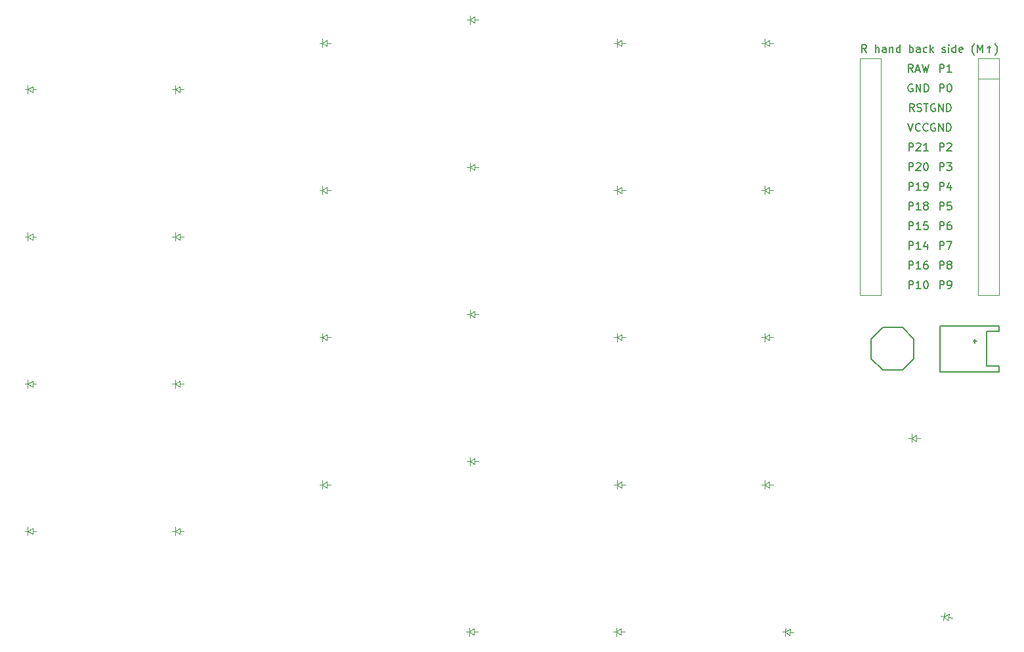
<source format=gbr>
%TF.GenerationSoftware,KiCad,Pcbnew,9.0.5*%
%TF.CreationDate,2025-11-01T14:53:46+08:00*%
%TF.ProjectId,main,6d61696e-2e6b-4696-9361-645f70636258,v1.0.0*%
%TF.SameCoordinates,Original*%
%TF.FileFunction,Legend,Top*%
%TF.FilePolarity,Positive*%
%FSLAX46Y46*%
G04 Gerber Fmt 4.6, Leading zero omitted, Abs format (unit mm)*
G04 Created by KiCad (PCBNEW 9.0.5) date 2025-11-01 14:53:46*
%MOMM*%
%LPD*%
G01*
G04 APERTURE LIST*
%ADD10C,0.150000*%
%ADD11C,0.100000*%
%ADD12C,0.120000*%
G04 APERTURE END LIST*
D10*
X142890714Y-39954819D02*
X142890714Y-38954819D01*
X142890714Y-38954819D02*
X143271666Y-38954819D01*
X143271666Y-38954819D02*
X143366904Y-39002438D01*
X143366904Y-39002438D02*
X143414523Y-39050057D01*
X143414523Y-39050057D02*
X143462142Y-39145295D01*
X143462142Y-39145295D02*
X143462142Y-39288152D01*
X143462142Y-39288152D02*
X143414523Y-39383390D01*
X143414523Y-39383390D02*
X143366904Y-39431009D01*
X143366904Y-39431009D02*
X143271666Y-39478628D01*
X143271666Y-39478628D02*
X142890714Y-39478628D01*
X143843095Y-39050057D02*
X143890714Y-39002438D01*
X143890714Y-39002438D02*
X143985952Y-38954819D01*
X143985952Y-38954819D02*
X144224047Y-38954819D01*
X144224047Y-38954819D02*
X144319285Y-39002438D01*
X144319285Y-39002438D02*
X144366904Y-39050057D01*
X144366904Y-39050057D02*
X144414523Y-39145295D01*
X144414523Y-39145295D02*
X144414523Y-39240533D01*
X144414523Y-39240533D02*
X144366904Y-39383390D01*
X144366904Y-39383390D02*
X143795476Y-39954819D01*
X143795476Y-39954819D02*
X144414523Y-39954819D01*
X145033571Y-38954819D02*
X145128809Y-38954819D01*
X145128809Y-38954819D02*
X145224047Y-39002438D01*
X145224047Y-39002438D02*
X145271666Y-39050057D01*
X145271666Y-39050057D02*
X145319285Y-39145295D01*
X145319285Y-39145295D02*
X145366904Y-39335771D01*
X145366904Y-39335771D02*
X145366904Y-39573866D01*
X145366904Y-39573866D02*
X145319285Y-39764342D01*
X145319285Y-39764342D02*
X145271666Y-39859580D01*
X145271666Y-39859580D02*
X145224047Y-39907200D01*
X145224047Y-39907200D02*
X145128809Y-39954819D01*
X145128809Y-39954819D02*
X145033571Y-39954819D01*
X145033571Y-39954819D02*
X144938333Y-39907200D01*
X144938333Y-39907200D02*
X144890714Y-39859580D01*
X144890714Y-39859580D02*
X144843095Y-39764342D01*
X144843095Y-39764342D02*
X144795476Y-39573866D01*
X144795476Y-39573866D02*
X144795476Y-39335771D01*
X144795476Y-39335771D02*
X144843095Y-39145295D01*
X144843095Y-39145295D02*
X144890714Y-39050057D01*
X144890714Y-39050057D02*
X144938333Y-39002438D01*
X144938333Y-39002438D02*
X145033571Y-38954819D01*
X146856905Y-50114819D02*
X146856905Y-49114819D01*
X146856905Y-49114819D02*
X147237857Y-49114819D01*
X147237857Y-49114819D02*
X147333095Y-49162438D01*
X147333095Y-49162438D02*
X147380714Y-49210057D01*
X147380714Y-49210057D02*
X147428333Y-49305295D01*
X147428333Y-49305295D02*
X147428333Y-49448152D01*
X147428333Y-49448152D02*
X147380714Y-49543390D01*
X147380714Y-49543390D02*
X147333095Y-49591009D01*
X147333095Y-49591009D02*
X147237857Y-49638628D01*
X147237857Y-49638628D02*
X146856905Y-49638628D01*
X147761667Y-49114819D02*
X148428333Y-49114819D01*
X148428333Y-49114819D02*
X147999762Y-50114819D01*
X142890714Y-47574819D02*
X142890714Y-46574819D01*
X142890714Y-46574819D02*
X143271666Y-46574819D01*
X143271666Y-46574819D02*
X143366904Y-46622438D01*
X143366904Y-46622438D02*
X143414523Y-46670057D01*
X143414523Y-46670057D02*
X143462142Y-46765295D01*
X143462142Y-46765295D02*
X143462142Y-46908152D01*
X143462142Y-46908152D02*
X143414523Y-47003390D01*
X143414523Y-47003390D02*
X143366904Y-47051009D01*
X143366904Y-47051009D02*
X143271666Y-47098628D01*
X143271666Y-47098628D02*
X142890714Y-47098628D01*
X144414523Y-47574819D02*
X143843095Y-47574819D01*
X144128809Y-47574819D02*
X144128809Y-46574819D01*
X144128809Y-46574819D02*
X144033571Y-46717676D01*
X144033571Y-46717676D02*
X143938333Y-46812914D01*
X143938333Y-46812914D02*
X143843095Y-46860533D01*
X145319285Y-46574819D02*
X144843095Y-46574819D01*
X144843095Y-46574819D02*
X144795476Y-47051009D01*
X144795476Y-47051009D02*
X144843095Y-47003390D01*
X144843095Y-47003390D02*
X144938333Y-46955771D01*
X144938333Y-46955771D02*
X145176428Y-46955771D01*
X145176428Y-46955771D02*
X145271666Y-47003390D01*
X145271666Y-47003390D02*
X145319285Y-47051009D01*
X145319285Y-47051009D02*
X145366904Y-47146247D01*
X145366904Y-47146247D02*
X145366904Y-47384342D01*
X145366904Y-47384342D02*
X145319285Y-47479580D01*
X145319285Y-47479580D02*
X145271666Y-47527200D01*
X145271666Y-47527200D02*
X145176428Y-47574819D01*
X145176428Y-47574819D02*
X144938333Y-47574819D01*
X144938333Y-47574819D02*
X144843095Y-47527200D01*
X144843095Y-47527200D02*
X144795476Y-47479580D01*
X146856905Y-42494819D02*
X146856905Y-41494819D01*
X146856905Y-41494819D02*
X147237857Y-41494819D01*
X147237857Y-41494819D02*
X147333095Y-41542438D01*
X147333095Y-41542438D02*
X147380714Y-41590057D01*
X147380714Y-41590057D02*
X147428333Y-41685295D01*
X147428333Y-41685295D02*
X147428333Y-41828152D01*
X147428333Y-41828152D02*
X147380714Y-41923390D01*
X147380714Y-41923390D02*
X147333095Y-41971009D01*
X147333095Y-41971009D02*
X147237857Y-42018628D01*
X147237857Y-42018628D02*
X146856905Y-42018628D01*
X148285476Y-41828152D02*
X148285476Y-42494819D01*
X148047381Y-41447200D02*
X147809286Y-42161485D01*
X147809286Y-42161485D02*
X148428333Y-42161485D01*
X146856905Y-55194819D02*
X146856905Y-54194819D01*
X146856905Y-54194819D02*
X147237857Y-54194819D01*
X147237857Y-54194819D02*
X147333095Y-54242438D01*
X147333095Y-54242438D02*
X147380714Y-54290057D01*
X147380714Y-54290057D02*
X147428333Y-54385295D01*
X147428333Y-54385295D02*
X147428333Y-54528152D01*
X147428333Y-54528152D02*
X147380714Y-54623390D01*
X147380714Y-54623390D02*
X147333095Y-54671009D01*
X147333095Y-54671009D02*
X147237857Y-54718628D01*
X147237857Y-54718628D02*
X146856905Y-54718628D01*
X147904524Y-55194819D02*
X148095000Y-55194819D01*
X148095000Y-55194819D02*
X148190238Y-55147200D01*
X148190238Y-55147200D02*
X148237857Y-55099580D01*
X148237857Y-55099580D02*
X148333095Y-54956723D01*
X148333095Y-54956723D02*
X148380714Y-54766247D01*
X148380714Y-54766247D02*
X148380714Y-54385295D01*
X148380714Y-54385295D02*
X148333095Y-54290057D01*
X148333095Y-54290057D02*
X148285476Y-54242438D01*
X148285476Y-54242438D02*
X148190238Y-54194819D01*
X148190238Y-54194819D02*
X147999762Y-54194819D01*
X147999762Y-54194819D02*
X147904524Y-54242438D01*
X147904524Y-54242438D02*
X147856905Y-54290057D01*
X147856905Y-54290057D02*
X147809286Y-54385295D01*
X147809286Y-54385295D02*
X147809286Y-54623390D01*
X147809286Y-54623390D02*
X147856905Y-54718628D01*
X147856905Y-54718628D02*
X147904524Y-54766247D01*
X147904524Y-54766247D02*
X147999762Y-54813866D01*
X147999762Y-54813866D02*
X148190238Y-54813866D01*
X148190238Y-54813866D02*
X148285476Y-54766247D01*
X148285476Y-54766247D02*
X148333095Y-54718628D01*
X148333095Y-54718628D02*
X148380714Y-54623390D01*
X142890714Y-37414819D02*
X142890714Y-36414819D01*
X142890714Y-36414819D02*
X143271666Y-36414819D01*
X143271666Y-36414819D02*
X143366904Y-36462438D01*
X143366904Y-36462438D02*
X143414523Y-36510057D01*
X143414523Y-36510057D02*
X143462142Y-36605295D01*
X143462142Y-36605295D02*
X143462142Y-36748152D01*
X143462142Y-36748152D02*
X143414523Y-36843390D01*
X143414523Y-36843390D02*
X143366904Y-36891009D01*
X143366904Y-36891009D02*
X143271666Y-36938628D01*
X143271666Y-36938628D02*
X142890714Y-36938628D01*
X143843095Y-36510057D02*
X143890714Y-36462438D01*
X143890714Y-36462438D02*
X143985952Y-36414819D01*
X143985952Y-36414819D02*
X144224047Y-36414819D01*
X144224047Y-36414819D02*
X144319285Y-36462438D01*
X144319285Y-36462438D02*
X144366904Y-36510057D01*
X144366904Y-36510057D02*
X144414523Y-36605295D01*
X144414523Y-36605295D02*
X144414523Y-36700533D01*
X144414523Y-36700533D02*
X144366904Y-36843390D01*
X144366904Y-36843390D02*
X143795476Y-37414819D01*
X143795476Y-37414819D02*
X144414523Y-37414819D01*
X145366904Y-37414819D02*
X144795476Y-37414819D01*
X145081190Y-37414819D02*
X145081190Y-36414819D01*
X145081190Y-36414819D02*
X144985952Y-36557676D01*
X144985952Y-36557676D02*
X144890714Y-36652914D01*
X144890714Y-36652914D02*
X144795476Y-36700533D01*
X143557380Y-32334819D02*
X143224047Y-31858628D01*
X142985952Y-32334819D02*
X142985952Y-31334819D01*
X142985952Y-31334819D02*
X143366904Y-31334819D01*
X143366904Y-31334819D02*
X143462142Y-31382438D01*
X143462142Y-31382438D02*
X143509761Y-31430057D01*
X143509761Y-31430057D02*
X143557380Y-31525295D01*
X143557380Y-31525295D02*
X143557380Y-31668152D01*
X143557380Y-31668152D02*
X143509761Y-31763390D01*
X143509761Y-31763390D02*
X143462142Y-31811009D01*
X143462142Y-31811009D02*
X143366904Y-31858628D01*
X143366904Y-31858628D02*
X142985952Y-31858628D01*
X143938333Y-32287200D02*
X144081190Y-32334819D01*
X144081190Y-32334819D02*
X144319285Y-32334819D01*
X144319285Y-32334819D02*
X144414523Y-32287200D01*
X144414523Y-32287200D02*
X144462142Y-32239580D01*
X144462142Y-32239580D02*
X144509761Y-32144342D01*
X144509761Y-32144342D02*
X144509761Y-32049104D01*
X144509761Y-32049104D02*
X144462142Y-31953866D01*
X144462142Y-31953866D02*
X144414523Y-31906247D01*
X144414523Y-31906247D02*
X144319285Y-31858628D01*
X144319285Y-31858628D02*
X144128809Y-31811009D01*
X144128809Y-31811009D02*
X144033571Y-31763390D01*
X144033571Y-31763390D02*
X143985952Y-31715771D01*
X143985952Y-31715771D02*
X143938333Y-31620533D01*
X143938333Y-31620533D02*
X143938333Y-31525295D01*
X143938333Y-31525295D02*
X143985952Y-31430057D01*
X143985952Y-31430057D02*
X144033571Y-31382438D01*
X144033571Y-31382438D02*
X144128809Y-31334819D01*
X144128809Y-31334819D02*
X144366904Y-31334819D01*
X144366904Y-31334819D02*
X144509761Y-31382438D01*
X144795476Y-31334819D02*
X145366904Y-31334819D01*
X145081190Y-32334819D02*
X145081190Y-31334819D01*
X146856905Y-29794819D02*
X146856905Y-28794819D01*
X146856905Y-28794819D02*
X147237857Y-28794819D01*
X147237857Y-28794819D02*
X147333095Y-28842438D01*
X147333095Y-28842438D02*
X147380714Y-28890057D01*
X147380714Y-28890057D02*
X147428333Y-28985295D01*
X147428333Y-28985295D02*
X147428333Y-29128152D01*
X147428333Y-29128152D02*
X147380714Y-29223390D01*
X147380714Y-29223390D02*
X147333095Y-29271009D01*
X147333095Y-29271009D02*
X147237857Y-29318628D01*
X147237857Y-29318628D02*
X146856905Y-29318628D01*
X148047381Y-28794819D02*
X148142619Y-28794819D01*
X148142619Y-28794819D02*
X148237857Y-28842438D01*
X148237857Y-28842438D02*
X148285476Y-28890057D01*
X148285476Y-28890057D02*
X148333095Y-28985295D01*
X148333095Y-28985295D02*
X148380714Y-29175771D01*
X148380714Y-29175771D02*
X148380714Y-29413866D01*
X148380714Y-29413866D02*
X148333095Y-29604342D01*
X148333095Y-29604342D02*
X148285476Y-29699580D01*
X148285476Y-29699580D02*
X148237857Y-29747200D01*
X148237857Y-29747200D02*
X148142619Y-29794819D01*
X148142619Y-29794819D02*
X148047381Y-29794819D01*
X148047381Y-29794819D02*
X147952143Y-29747200D01*
X147952143Y-29747200D02*
X147904524Y-29699580D01*
X147904524Y-29699580D02*
X147856905Y-29604342D01*
X147856905Y-29604342D02*
X147809286Y-29413866D01*
X147809286Y-29413866D02*
X147809286Y-29175771D01*
X147809286Y-29175771D02*
X147856905Y-28985295D01*
X147856905Y-28985295D02*
X147904524Y-28890057D01*
X147904524Y-28890057D02*
X147952143Y-28842438D01*
X147952143Y-28842438D02*
X148047381Y-28794819D01*
X146856905Y-47574819D02*
X146856905Y-46574819D01*
X146856905Y-46574819D02*
X147237857Y-46574819D01*
X147237857Y-46574819D02*
X147333095Y-46622438D01*
X147333095Y-46622438D02*
X147380714Y-46670057D01*
X147380714Y-46670057D02*
X147428333Y-46765295D01*
X147428333Y-46765295D02*
X147428333Y-46908152D01*
X147428333Y-46908152D02*
X147380714Y-47003390D01*
X147380714Y-47003390D02*
X147333095Y-47051009D01*
X147333095Y-47051009D02*
X147237857Y-47098628D01*
X147237857Y-47098628D02*
X146856905Y-47098628D01*
X148285476Y-46574819D02*
X148095000Y-46574819D01*
X148095000Y-46574819D02*
X147999762Y-46622438D01*
X147999762Y-46622438D02*
X147952143Y-46670057D01*
X147952143Y-46670057D02*
X147856905Y-46812914D01*
X147856905Y-46812914D02*
X147809286Y-47003390D01*
X147809286Y-47003390D02*
X147809286Y-47384342D01*
X147809286Y-47384342D02*
X147856905Y-47479580D01*
X147856905Y-47479580D02*
X147904524Y-47527200D01*
X147904524Y-47527200D02*
X147999762Y-47574819D01*
X147999762Y-47574819D02*
X148190238Y-47574819D01*
X148190238Y-47574819D02*
X148285476Y-47527200D01*
X148285476Y-47527200D02*
X148333095Y-47479580D01*
X148333095Y-47479580D02*
X148380714Y-47384342D01*
X148380714Y-47384342D02*
X148380714Y-47146247D01*
X148380714Y-47146247D02*
X148333095Y-47051009D01*
X148333095Y-47051009D02*
X148285476Y-47003390D01*
X148285476Y-47003390D02*
X148190238Y-46955771D01*
X148190238Y-46955771D02*
X147999762Y-46955771D01*
X147999762Y-46955771D02*
X147904524Y-47003390D01*
X147904524Y-47003390D02*
X147856905Y-47051009D01*
X147856905Y-47051009D02*
X147809286Y-47146247D01*
X142890714Y-55194819D02*
X142890714Y-54194819D01*
X142890714Y-54194819D02*
X143271666Y-54194819D01*
X143271666Y-54194819D02*
X143366904Y-54242438D01*
X143366904Y-54242438D02*
X143414523Y-54290057D01*
X143414523Y-54290057D02*
X143462142Y-54385295D01*
X143462142Y-54385295D02*
X143462142Y-54528152D01*
X143462142Y-54528152D02*
X143414523Y-54623390D01*
X143414523Y-54623390D02*
X143366904Y-54671009D01*
X143366904Y-54671009D02*
X143271666Y-54718628D01*
X143271666Y-54718628D02*
X142890714Y-54718628D01*
X144414523Y-55194819D02*
X143843095Y-55194819D01*
X144128809Y-55194819D02*
X144128809Y-54194819D01*
X144128809Y-54194819D02*
X144033571Y-54337676D01*
X144033571Y-54337676D02*
X143938333Y-54432914D01*
X143938333Y-54432914D02*
X143843095Y-54480533D01*
X145033571Y-54194819D02*
X145128809Y-54194819D01*
X145128809Y-54194819D02*
X145224047Y-54242438D01*
X145224047Y-54242438D02*
X145271666Y-54290057D01*
X145271666Y-54290057D02*
X145319285Y-54385295D01*
X145319285Y-54385295D02*
X145366904Y-54575771D01*
X145366904Y-54575771D02*
X145366904Y-54813866D01*
X145366904Y-54813866D02*
X145319285Y-55004342D01*
X145319285Y-55004342D02*
X145271666Y-55099580D01*
X145271666Y-55099580D02*
X145224047Y-55147200D01*
X145224047Y-55147200D02*
X145128809Y-55194819D01*
X145128809Y-55194819D02*
X145033571Y-55194819D01*
X145033571Y-55194819D02*
X144938333Y-55147200D01*
X144938333Y-55147200D02*
X144890714Y-55099580D01*
X144890714Y-55099580D02*
X144843095Y-55004342D01*
X144843095Y-55004342D02*
X144795476Y-54813866D01*
X144795476Y-54813866D02*
X144795476Y-54575771D01*
X144795476Y-54575771D02*
X144843095Y-54385295D01*
X144843095Y-54385295D02*
X144890714Y-54290057D01*
X144890714Y-54290057D02*
X144938333Y-54242438D01*
X144938333Y-54242438D02*
X145033571Y-54194819D01*
X142890714Y-42494819D02*
X142890714Y-41494819D01*
X142890714Y-41494819D02*
X143271666Y-41494819D01*
X143271666Y-41494819D02*
X143366904Y-41542438D01*
X143366904Y-41542438D02*
X143414523Y-41590057D01*
X143414523Y-41590057D02*
X143462142Y-41685295D01*
X143462142Y-41685295D02*
X143462142Y-41828152D01*
X143462142Y-41828152D02*
X143414523Y-41923390D01*
X143414523Y-41923390D02*
X143366904Y-41971009D01*
X143366904Y-41971009D02*
X143271666Y-42018628D01*
X143271666Y-42018628D02*
X142890714Y-42018628D01*
X144414523Y-42494819D02*
X143843095Y-42494819D01*
X144128809Y-42494819D02*
X144128809Y-41494819D01*
X144128809Y-41494819D02*
X144033571Y-41637676D01*
X144033571Y-41637676D02*
X143938333Y-41732914D01*
X143938333Y-41732914D02*
X143843095Y-41780533D01*
X144890714Y-42494819D02*
X145081190Y-42494819D01*
X145081190Y-42494819D02*
X145176428Y-42447200D01*
X145176428Y-42447200D02*
X145224047Y-42399580D01*
X145224047Y-42399580D02*
X145319285Y-42256723D01*
X145319285Y-42256723D02*
X145366904Y-42066247D01*
X145366904Y-42066247D02*
X145366904Y-41685295D01*
X145366904Y-41685295D02*
X145319285Y-41590057D01*
X145319285Y-41590057D02*
X145271666Y-41542438D01*
X145271666Y-41542438D02*
X145176428Y-41494819D01*
X145176428Y-41494819D02*
X144985952Y-41494819D01*
X144985952Y-41494819D02*
X144890714Y-41542438D01*
X144890714Y-41542438D02*
X144843095Y-41590057D01*
X144843095Y-41590057D02*
X144795476Y-41685295D01*
X144795476Y-41685295D02*
X144795476Y-41923390D01*
X144795476Y-41923390D02*
X144843095Y-42018628D01*
X144843095Y-42018628D02*
X144890714Y-42066247D01*
X144890714Y-42066247D02*
X144985952Y-42113866D01*
X144985952Y-42113866D02*
X145176428Y-42113866D01*
X145176428Y-42113866D02*
X145271666Y-42066247D01*
X145271666Y-42066247D02*
X145319285Y-42018628D01*
X145319285Y-42018628D02*
X145366904Y-41923390D01*
X142890714Y-50114819D02*
X142890714Y-49114819D01*
X142890714Y-49114819D02*
X143271666Y-49114819D01*
X143271666Y-49114819D02*
X143366904Y-49162438D01*
X143366904Y-49162438D02*
X143414523Y-49210057D01*
X143414523Y-49210057D02*
X143462142Y-49305295D01*
X143462142Y-49305295D02*
X143462142Y-49448152D01*
X143462142Y-49448152D02*
X143414523Y-49543390D01*
X143414523Y-49543390D02*
X143366904Y-49591009D01*
X143366904Y-49591009D02*
X143271666Y-49638628D01*
X143271666Y-49638628D02*
X142890714Y-49638628D01*
X144414523Y-50114819D02*
X143843095Y-50114819D01*
X144128809Y-50114819D02*
X144128809Y-49114819D01*
X144128809Y-49114819D02*
X144033571Y-49257676D01*
X144033571Y-49257676D02*
X143938333Y-49352914D01*
X143938333Y-49352914D02*
X143843095Y-49400533D01*
X145271666Y-49448152D02*
X145271666Y-50114819D01*
X145033571Y-49067200D02*
X144795476Y-49781485D01*
X144795476Y-49781485D02*
X145414523Y-49781485D01*
X143414523Y-27254819D02*
X143081190Y-26778628D01*
X142843095Y-27254819D02*
X142843095Y-26254819D01*
X142843095Y-26254819D02*
X143224047Y-26254819D01*
X143224047Y-26254819D02*
X143319285Y-26302438D01*
X143319285Y-26302438D02*
X143366904Y-26350057D01*
X143366904Y-26350057D02*
X143414523Y-26445295D01*
X143414523Y-26445295D02*
X143414523Y-26588152D01*
X143414523Y-26588152D02*
X143366904Y-26683390D01*
X143366904Y-26683390D02*
X143319285Y-26731009D01*
X143319285Y-26731009D02*
X143224047Y-26778628D01*
X143224047Y-26778628D02*
X142843095Y-26778628D01*
X143795476Y-26969104D02*
X144271666Y-26969104D01*
X143700238Y-27254819D02*
X144033571Y-26254819D01*
X144033571Y-26254819D02*
X144366904Y-27254819D01*
X144605000Y-26254819D02*
X144843095Y-27254819D01*
X144843095Y-27254819D02*
X145033571Y-26540533D01*
X145033571Y-26540533D02*
X145224047Y-27254819D01*
X145224047Y-27254819D02*
X145462143Y-26254819D01*
X146856905Y-27254819D02*
X146856905Y-26254819D01*
X146856905Y-26254819D02*
X147237857Y-26254819D01*
X147237857Y-26254819D02*
X147333095Y-26302438D01*
X147333095Y-26302438D02*
X147380714Y-26350057D01*
X147380714Y-26350057D02*
X147428333Y-26445295D01*
X147428333Y-26445295D02*
X147428333Y-26588152D01*
X147428333Y-26588152D02*
X147380714Y-26683390D01*
X147380714Y-26683390D02*
X147333095Y-26731009D01*
X147333095Y-26731009D02*
X147237857Y-26778628D01*
X147237857Y-26778628D02*
X146856905Y-26778628D01*
X148380714Y-27254819D02*
X147809286Y-27254819D01*
X148095000Y-27254819D02*
X148095000Y-26254819D01*
X148095000Y-26254819D02*
X147999762Y-26397676D01*
X147999762Y-26397676D02*
X147904524Y-26492914D01*
X147904524Y-26492914D02*
X147809286Y-26540533D01*
X142890714Y-52654819D02*
X142890714Y-51654819D01*
X142890714Y-51654819D02*
X143271666Y-51654819D01*
X143271666Y-51654819D02*
X143366904Y-51702438D01*
X143366904Y-51702438D02*
X143414523Y-51750057D01*
X143414523Y-51750057D02*
X143462142Y-51845295D01*
X143462142Y-51845295D02*
X143462142Y-51988152D01*
X143462142Y-51988152D02*
X143414523Y-52083390D01*
X143414523Y-52083390D02*
X143366904Y-52131009D01*
X143366904Y-52131009D02*
X143271666Y-52178628D01*
X143271666Y-52178628D02*
X142890714Y-52178628D01*
X144414523Y-52654819D02*
X143843095Y-52654819D01*
X144128809Y-52654819D02*
X144128809Y-51654819D01*
X144128809Y-51654819D02*
X144033571Y-51797676D01*
X144033571Y-51797676D02*
X143938333Y-51892914D01*
X143938333Y-51892914D02*
X143843095Y-51940533D01*
X145271666Y-51654819D02*
X145081190Y-51654819D01*
X145081190Y-51654819D02*
X144985952Y-51702438D01*
X144985952Y-51702438D02*
X144938333Y-51750057D01*
X144938333Y-51750057D02*
X144843095Y-51892914D01*
X144843095Y-51892914D02*
X144795476Y-52083390D01*
X144795476Y-52083390D02*
X144795476Y-52464342D01*
X144795476Y-52464342D02*
X144843095Y-52559580D01*
X144843095Y-52559580D02*
X144890714Y-52607200D01*
X144890714Y-52607200D02*
X144985952Y-52654819D01*
X144985952Y-52654819D02*
X145176428Y-52654819D01*
X145176428Y-52654819D02*
X145271666Y-52607200D01*
X145271666Y-52607200D02*
X145319285Y-52559580D01*
X145319285Y-52559580D02*
X145366904Y-52464342D01*
X145366904Y-52464342D02*
X145366904Y-52226247D01*
X145366904Y-52226247D02*
X145319285Y-52131009D01*
X145319285Y-52131009D02*
X145271666Y-52083390D01*
X145271666Y-52083390D02*
X145176428Y-52035771D01*
X145176428Y-52035771D02*
X144985952Y-52035771D01*
X144985952Y-52035771D02*
X144890714Y-52083390D01*
X144890714Y-52083390D02*
X144843095Y-52131009D01*
X144843095Y-52131009D02*
X144795476Y-52226247D01*
X142771667Y-33874819D02*
X143105000Y-34874819D01*
X143105000Y-34874819D02*
X143438333Y-33874819D01*
X144343095Y-34779580D02*
X144295476Y-34827200D01*
X144295476Y-34827200D02*
X144152619Y-34874819D01*
X144152619Y-34874819D02*
X144057381Y-34874819D01*
X144057381Y-34874819D02*
X143914524Y-34827200D01*
X143914524Y-34827200D02*
X143819286Y-34731961D01*
X143819286Y-34731961D02*
X143771667Y-34636723D01*
X143771667Y-34636723D02*
X143724048Y-34446247D01*
X143724048Y-34446247D02*
X143724048Y-34303390D01*
X143724048Y-34303390D02*
X143771667Y-34112914D01*
X143771667Y-34112914D02*
X143819286Y-34017676D01*
X143819286Y-34017676D02*
X143914524Y-33922438D01*
X143914524Y-33922438D02*
X144057381Y-33874819D01*
X144057381Y-33874819D02*
X144152619Y-33874819D01*
X144152619Y-33874819D02*
X144295476Y-33922438D01*
X144295476Y-33922438D02*
X144343095Y-33970057D01*
X145343095Y-34779580D02*
X145295476Y-34827200D01*
X145295476Y-34827200D02*
X145152619Y-34874819D01*
X145152619Y-34874819D02*
X145057381Y-34874819D01*
X145057381Y-34874819D02*
X144914524Y-34827200D01*
X144914524Y-34827200D02*
X144819286Y-34731961D01*
X144819286Y-34731961D02*
X144771667Y-34636723D01*
X144771667Y-34636723D02*
X144724048Y-34446247D01*
X144724048Y-34446247D02*
X144724048Y-34303390D01*
X144724048Y-34303390D02*
X144771667Y-34112914D01*
X144771667Y-34112914D02*
X144819286Y-34017676D01*
X144819286Y-34017676D02*
X144914524Y-33922438D01*
X144914524Y-33922438D02*
X145057381Y-33874819D01*
X145057381Y-33874819D02*
X145152619Y-33874819D01*
X145152619Y-33874819D02*
X145295476Y-33922438D01*
X145295476Y-33922438D02*
X145343095Y-33970057D01*
X146856905Y-52654819D02*
X146856905Y-51654819D01*
X146856905Y-51654819D02*
X147237857Y-51654819D01*
X147237857Y-51654819D02*
X147333095Y-51702438D01*
X147333095Y-51702438D02*
X147380714Y-51750057D01*
X147380714Y-51750057D02*
X147428333Y-51845295D01*
X147428333Y-51845295D02*
X147428333Y-51988152D01*
X147428333Y-51988152D02*
X147380714Y-52083390D01*
X147380714Y-52083390D02*
X147333095Y-52131009D01*
X147333095Y-52131009D02*
X147237857Y-52178628D01*
X147237857Y-52178628D02*
X146856905Y-52178628D01*
X147999762Y-52083390D02*
X147904524Y-52035771D01*
X147904524Y-52035771D02*
X147856905Y-51988152D01*
X147856905Y-51988152D02*
X147809286Y-51892914D01*
X147809286Y-51892914D02*
X147809286Y-51845295D01*
X147809286Y-51845295D02*
X147856905Y-51750057D01*
X147856905Y-51750057D02*
X147904524Y-51702438D01*
X147904524Y-51702438D02*
X147999762Y-51654819D01*
X147999762Y-51654819D02*
X148190238Y-51654819D01*
X148190238Y-51654819D02*
X148285476Y-51702438D01*
X148285476Y-51702438D02*
X148333095Y-51750057D01*
X148333095Y-51750057D02*
X148380714Y-51845295D01*
X148380714Y-51845295D02*
X148380714Y-51892914D01*
X148380714Y-51892914D02*
X148333095Y-51988152D01*
X148333095Y-51988152D02*
X148285476Y-52035771D01*
X148285476Y-52035771D02*
X148190238Y-52083390D01*
X148190238Y-52083390D02*
X147999762Y-52083390D01*
X147999762Y-52083390D02*
X147904524Y-52131009D01*
X147904524Y-52131009D02*
X147856905Y-52178628D01*
X147856905Y-52178628D02*
X147809286Y-52273866D01*
X147809286Y-52273866D02*
X147809286Y-52464342D01*
X147809286Y-52464342D02*
X147856905Y-52559580D01*
X147856905Y-52559580D02*
X147904524Y-52607200D01*
X147904524Y-52607200D02*
X147999762Y-52654819D01*
X147999762Y-52654819D02*
X148190238Y-52654819D01*
X148190238Y-52654819D02*
X148285476Y-52607200D01*
X148285476Y-52607200D02*
X148333095Y-52559580D01*
X148333095Y-52559580D02*
X148380714Y-52464342D01*
X148380714Y-52464342D02*
X148380714Y-52273866D01*
X148380714Y-52273866D02*
X148333095Y-52178628D01*
X148333095Y-52178628D02*
X148285476Y-52131009D01*
X148285476Y-52131009D02*
X148190238Y-52083390D01*
X143343095Y-28842438D02*
X143247857Y-28794819D01*
X143247857Y-28794819D02*
X143105000Y-28794819D01*
X143105000Y-28794819D02*
X142962143Y-28842438D01*
X142962143Y-28842438D02*
X142866905Y-28937676D01*
X142866905Y-28937676D02*
X142819286Y-29032914D01*
X142819286Y-29032914D02*
X142771667Y-29223390D01*
X142771667Y-29223390D02*
X142771667Y-29366247D01*
X142771667Y-29366247D02*
X142819286Y-29556723D01*
X142819286Y-29556723D02*
X142866905Y-29651961D01*
X142866905Y-29651961D02*
X142962143Y-29747200D01*
X142962143Y-29747200D02*
X143105000Y-29794819D01*
X143105000Y-29794819D02*
X143200238Y-29794819D01*
X143200238Y-29794819D02*
X143343095Y-29747200D01*
X143343095Y-29747200D02*
X143390714Y-29699580D01*
X143390714Y-29699580D02*
X143390714Y-29366247D01*
X143390714Y-29366247D02*
X143200238Y-29366247D01*
X143819286Y-29794819D02*
X143819286Y-28794819D01*
X143819286Y-28794819D02*
X144390714Y-29794819D01*
X144390714Y-29794819D02*
X144390714Y-28794819D01*
X144866905Y-29794819D02*
X144866905Y-28794819D01*
X144866905Y-28794819D02*
X145105000Y-28794819D01*
X145105000Y-28794819D02*
X145247857Y-28842438D01*
X145247857Y-28842438D02*
X145343095Y-28937676D01*
X145343095Y-28937676D02*
X145390714Y-29032914D01*
X145390714Y-29032914D02*
X145438333Y-29223390D01*
X145438333Y-29223390D02*
X145438333Y-29366247D01*
X145438333Y-29366247D02*
X145390714Y-29556723D01*
X145390714Y-29556723D02*
X145343095Y-29651961D01*
X145343095Y-29651961D02*
X145247857Y-29747200D01*
X145247857Y-29747200D02*
X145105000Y-29794819D01*
X145105000Y-29794819D02*
X144866905Y-29794819D01*
X137412141Y-24709819D02*
X137078808Y-24233628D01*
X136840713Y-24709819D02*
X136840713Y-23709819D01*
X136840713Y-23709819D02*
X137221665Y-23709819D01*
X137221665Y-23709819D02*
X137316903Y-23757438D01*
X137316903Y-23757438D02*
X137364522Y-23805057D01*
X137364522Y-23805057D02*
X137412141Y-23900295D01*
X137412141Y-23900295D02*
X137412141Y-24043152D01*
X137412141Y-24043152D02*
X137364522Y-24138390D01*
X137364522Y-24138390D02*
X137316903Y-24186009D01*
X137316903Y-24186009D02*
X137221665Y-24233628D01*
X137221665Y-24233628D02*
X136840713Y-24233628D01*
X138602618Y-24709819D02*
X138602618Y-23709819D01*
X139031189Y-24709819D02*
X139031189Y-24186009D01*
X139031189Y-24186009D02*
X138983570Y-24090771D01*
X138983570Y-24090771D02*
X138888332Y-24043152D01*
X138888332Y-24043152D02*
X138745475Y-24043152D01*
X138745475Y-24043152D02*
X138650237Y-24090771D01*
X138650237Y-24090771D02*
X138602618Y-24138390D01*
X139935951Y-24709819D02*
X139935951Y-24186009D01*
X139935951Y-24186009D02*
X139888332Y-24090771D01*
X139888332Y-24090771D02*
X139793094Y-24043152D01*
X139793094Y-24043152D02*
X139602618Y-24043152D01*
X139602618Y-24043152D02*
X139507380Y-24090771D01*
X139935951Y-24662200D02*
X139840713Y-24709819D01*
X139840713Y-24709819D02*
X139602618Y-24709819D01*
X139602618Y-24709819D02*
X139507380Y-24662200D01*
X139507380Y-24662200D02*
X139459761Y-24566961D01*
X139459761Y-24566961D02*
X139459761Y-24471723D01*
X139459761Y-24471723D02*
X139507380Y-24376485D01*
X139507380Y-24376485D02*
X139602618Y-24328866D01*
X139602618Y-24328866D02*
X139840713Y-24328866D01*
X139840713Y-24328866D02*
X139935951Y-24281247D01*
X140412142Y-24043152D02*
X140412142Y-24709819D01*
X140412142Y-24138390D02*
X140459761Y-24090771D01*
X140459761Y-24090771D02*
X140554999Y-24043152D01*
X140554999Y-24043152D02*
X140697856Y-24043152D01*
X140697856Y-24043152D02*
X140793094Y-24090771D01*
X140793094Y-24090771D02*
X140840713Y-24186009D01*
X140840713Y-24186009D02*
X140840713Y-24709819D01*
X141745475Y-24709819D02*
X141745475Y-23709819D01*
X141745475Y-24662200D02*
X141650237Y-24709819D01*
X141650237Y-24709819D02*
X141459761Y-24709819D01*
X141459761Y-24709819D02*
X141364523Y-24662200D01*
X141364523Y-24662200D02*
X141316904Y-24614580D01*
X141316904Y-24614580D02*
X141269285Y-24519342D01*
X141269285Y-24519342D02*
X141269285Y-24233628D01*
X141269285Y-24233628D02*
X141316904Y-24138390D01*
X141316904Y-24138390D02*
X141364523Y-24090771D01*
X141364523Y-24090771D02*
X141459761Y-24043152D01*
X141459761Y-24043152D02*
X141650237Y-24043152D01*
X141650237Y-24043152D02*
X141745475Y-24090771D01*
X142983571Y-24709819D02*
X142983571Y-23709819D01*
X142983571Y-24090771D02*
X143078809Y-24043152D01*
X143078809Y-24043152D02*
X143269285Y-24043152D01*
X143269285Y-24043152D02*
X143364523Y-24090771D01*
X143364523Y-24090771D02*
X143412142Y-24138390D01*
X143412142Y-24138390D02*
X143459761Y-24233628D01*
X143459761Y-24233628D02*
X143459761Y-24519342D01*
X143459761Y-24519342D02*
X143412142Y-24614580D01*
X143412142Y-24614580D02*
X143364523Y-24662200D01*
X143364523Y-24662200D02*
X143269285Y-24709819D01*
X143269285Y-24709819D02*
X143078809Y-24709819D01*
X143078809Y-24709819D02*
X142983571Y-24662200D01*
X144316904Y-24709819D02*
X144316904Y-24186009D01*
X144316904Y-24186009D02*
X144269285Y-24090771D01*
X144269285Y-24090771D02*
X144174047Y-24043152D01*
X144174047Y-24043152D02*
X143983571Y-24043152D01*
X143983571Y-24043152D02*
X143888333Y-24090771D01*
X144316904Y-24662200D02*
X144221666Y-24709819D01*
X144221666Y-24709819D02*
X143983571Y-24709819D01*
X143983571Y-24709819D02*
X143888333Y-24662200D01*
X143888333Y-24662200D02*
X143840714Y-24566961D01*
X143840714Y-24566961D02*
X143840714Y-24471723D01*
X143840714Y-24471723D02*
X143888333Y-24376485D01*
X143888333Y-24376485D02*
X143983571Y-24328866D01*
X143983571Y-24328866D02*
X144221666Y-24328866D01*
X144221666Y-24328866D02*
X144316904Y-24281247D01*
X145221666Y-24662200D02*
X145126428Y-24709819D01*
X145126428Y-24709819D02*
X144935952Y-24709819D01*
X144935952Y-24709819D02*
X144840714Y-24662200D01*
X144840714Y-24662200D02*
X144793095Y-24614580D01*
X144793095Y-24614580D02*
X144745476Y-24519342D01*
X144745476Y-24519342D02*
X144745476Y-24233628D01*
X144745476Y-24233628D02*
X144793095Y-24138390D01*
X144793095Y-24138390D02*
X144840714Y-24090771D01*
X144840714Y-24090771D02*
X144935952Y-24043152D01*
X144935952Y-24043152D02*
X145126428Y-24043152D01*
X145126428Y-24043152D02*
X145221666Y-24090771D01*
X145650238Y-24709819D02*
X145650238Y-23709819D01*
X145745476Y-24328866D02*
X146031190Y-24709819D01*
X146031190Y-24043152D02*
X145650238Y-24424104D01*
X147174048Y-24662200D02*
X147269286Y-24709819D01*
X147269286Y-24709819D02*
X147459762Y-24709819D01*
X147459762Y-24709819D02*
X147555000Y-24662200D01*
X147555000Y-24662200D02*
X147602619Y-24566961D01*
X147602619Y-24566961D02*
X147602619Y-24519342D01*
X147602619Y-24519342D02*
X147555000Y-24424104D01*
X147555000Y-24424104D02*
X147459762Y-24376485D01*
X147459762Y-24376485D02*
X147316905Y-24376485D01*
X147316905Y-24376485D02*
X147221667Y-24328866D01*
X147221667Y-24328866D02*
X147174048Y-24233628D01*
X147174048Y-24233628D02*
X147174048Y-24186009D01*
X147174048Y-24186009D02*
X147221667Y-24090771D01*
X147221667Y-24090771D02*
X147316905Y-24043152D01*
X147316905Y-24043152D02*
X147459762Y-24043152D01*
X147459762Y-24043152D02*
X147555000Y-24090771D01*
X148031191Y-24709819D02*
X148031191Y-24043152D01*
X148031191Y-23709819D02*
X147983572Y-23757438D01*
X147983572Y-23757438D02*
X148031191Y-23805057D01*
X148031191Y-23805057D02*
X148078810Y-23757438D01*
X148078810Y-23757438D02*
X148031191Y-23709819D01*
X148031191Y-23709819D02*
X148031191Y-23805057D01*
X148935952Y-24709819D02*
X148935952Y-23709819D01*
X148935952Y-24662200D02*
X148840714Y-24709819D01*
X148840714Y-24709819D02*
X148650238Y-24709819D01*
X148650238Y-24709819D02*
X148555000Y-24662200D01*
X148555000Y-24662200D02*
X148507381Y-24614580D01*
X148507381Y-24614580D02*
X148459762Y-24519342D01*
X148459762Y-24519342D02*
X148459762Y-24233628D01*
X148459762Y-24233628D02*
X148507381Y-24138390D01*
X148507381Y-24138390D02*
X148555000Y-24090771D01*
X148555000Y-24090771D02*
X148650238Y-24043152D01*
X148650238Y-24043152D02*
X148840714Y-24043152D01*
X148840714Y-24043152D02*
X148935952Y-24090771D01*
X149793095Y-24662200D02*
X149697857Y-24709819D01*
X149697857Y-24709819D02*
X149507381Y-24709819D01*
X149507381Y-24709819D02*
X149412143Y-24662200D01*
X149412143Y-24662200D02*
X149364524Y-24566961D01*
X149364524Y-24566961D02*
X149364524Y-24186009D01*
X149364524Y-24186009D02*
X149412143Y-24090771D01*
X149412143Y-24090771D02*
X149507381Y-24043152D01*
X149507381Y-24043152D02*
X149697857Y-24043152D01*
X149697857Y-24043152D02*
X149793095Y-24090771D01*
X149793095Y-24090771D02*
X149840714Y-24186009D01*
X149840714Y-24186009D02*
X149840714Y-24281247D01*
X149840714Y-24281247D02*
X149364524Y-24376485D01*
X151316905Y-25090771D02*
X151269286Y-25043152D01*
X151269286Y-25043152D02*
X151174048Y-24900295D01*
X151174048Y-24900295D02*
X151126429Y-24805057D01*
X151126429Y-24805057D02*
X151078810Y-24662200D01*
X151078810Y-24662200D02*
X151031191Y-24424104D01*
X151031191Y-24424104D02*
X151031191Y-24233628D01*
X151031191Y-24233628D02*
X151078810Y-23995533D01*
X151078810Y-23995533D02*
X151126429Y-23852676D01*
X151126429Y-23852676D02*
X151174048Y-23757438D01*
X151174048Y-23757438D02*
X151269286Y-23614580D01*
X151269286Y-23614580D02*
X151316905Y-23566961D01*
X151697858Y-24709819D02*
X151697858Y-23709819D01*
X151697858Y-23709819D02*
X152031191Y-24424104D01*
X152031191Y-24424104D02*
X152364524Y-23709819D01*
X152364524Y-23709819D02*
X152364524Y-24709819D01*
X153221667Y-24709819D02*
X153221667Y-23947914D01*
X153031191Y-24138390D02*
X153221667Y-23947914D01*
X153221667Y-23947914D02*
X153412143Y-24138390D01*
X153983572Y-25090771D02*
X154031191Y-25043152D01*
X154031191Y-25043152D02*
X154126429Y-24900295D01*
X154126429Y-24900295D02*
X154174048Y-24805057D01*
X154174048Y-24805057D02*
X154221667Y-24662200D01*
X154221667Y-24662200D02*
X154269286Y-24424104D01*
X154269286Y-24424104D02*
X154269286Y-24233628D01*
X154269286Y-24233628D02*
X154221667Y-23995533D01*
X154221667Y-23995533D02*
X154174048Y-23852676D01*
X154174048Y-23852676D02*
X154126429Y-23757438D01*
X154126429Y-23757438D02*
X154031191Y-23614580D01*
X154031191Y-23614580D02*
X153983572Y-23566961D01*
X146856905Y-45034819D02*
X146856905Y-44034819D01*
X146856905Y-44034819D02*
X147237857Y-44034819D01*
X147237857Y-44034819D02*
X147333095Y-44082438D01*
X147333095Y-44082438D02*
X147380714Y-44130057D01*
X147380714Y-44130057D02*
X147428333Y-44225295D01*
X147428333Y-44225295D02*
X147428333Y-44368152D01*
X147428333Y-44368152D02*
X147380714Y-44463390D01*
X147380714Y-44463390D02*
X147333095Y-44511009D01*
X147333095Y-44511009D02*
X147237857Y-44558628D01*
X147237857Y-44558628D02*
X146856905Y-44558628D01*
X148333095Y-44034819D02*
X147856905Y-44034819D01*
X147856905Y-44034819D02*
X147809286Y-44511009D01*
X147809286Y-44511009D02*
X147856905Y-44463390D01*
X147856905Y-44463390D02*
X147952143Y-44415771D01*
X147952143Y-44415771D02*
X148190238Y-44415771D01*
X148190238Y-44415771D02*
X148285476Y-44463390D01*
X148285476Y-44463390D02*
X148333095Y-44511009D01*
X148333095Y-44511009D02*
X148380714Y-44606247D01*
X148380714Y-44606247D02*
X148380714Y-44844342D01*
X148380714Y-44844342D02*
X148333095Y-44939580D01*
X148333095Y-44939580D02*
X148285476Y-44987200D01*
X148285476Y-44987200D02*
X148190238Y-45034819D01*
X148190238Y-45034819D02*
X147952143Y-45034819D01*
X147952143Y-45034819D02*
X147856905Y-44987200D01*
X147856905Y-44987200D02*
X147809286Y-44939580D01*
X146243095Y-31382438D02*
X146147857Y-31334819D01*
X146147857Y-31334819D02*
X146005000Y-31334819D01*
X146005000Y-31334819D02*
X145862143Y-31382438D01*
X145862143Y-31382438D02*
X145766905Y-31477676D01*
X145766905Y-31477676D02*
X145719286Y-31572914D01*
X145719286Y-31572914D02*
X145671667Y-31763390D01*
X145671667Y-31763390D02*
X145671667Y-31906247D01*
X145671667Y-31906247D02*
X145719286Y-32096723D01*
X145719286Y-32096723D02*
X145766905Y-32191961D01*
X145766905Y-32191961D02*
X145862143Y-32287200D01*
X145862143Y-32287200D02*
X146005000Y-32334819D01*
X146005000Y-32334819D02*
X146100238Y-32334819D01*
X146100238Y-32334819D02*
X146243095Y-32287200D01*
X146243095Y-32287200D02*
X146290714Y-32239580D01*
X146290714Y-32239580D02*
X146290714Y-31906247D01*
X146290714Y-31906247D02*
X146100238Y-31906247D01*
X146719286Y-32334819D02*
X146719286Y-31334819D01*
X146719286Y-31334819D02*
X147290714Y-32334819D01*
X147290714Y-32334819D02*
X147290714Y-31334819D01*
X147766905Y-32334819D02*
X147766905Y-31334819D01*
X147766905Y-31334819D02*
X148005000Y-31334819D01*
X148005000Y-31334819D02*
X148147857Y-31382438D01*
X148147857Y-31382438D02*
X148243095Y-31477676D01*
X148243095Y-31477676D02*
X148290714Y-31572914D01*
X148290714Y-31572914D02*
X148338333Y-31763390D01*
X148338333Y-31763390D02*
X148338333Y-31906247D01*
X148338333Y-31906247D02*
X148290714Y-32096723D01*
X148290714Y-32096723D02*
X148243095Y-32191961D01*
X148243095Y-32191961D02*
X148147857Y-32287200D01*
X148147857Y-32287200D02*
X148005000Y-32334819D01*
X148005000Y-32334819D02*
X147766905Y-32334819D01*
X146856905Y-39954819D02*
X146856905Y-38954819D01*
X146856905Y-38954819D02*
X147237857Y-38954819D01*
X147237857Y-38954819D02*
X147333095Y-39002438D01*
X147333095Y-39002438D02*
X147380714Y-39050057D01*
X147380714Y-39050057D02*
X147428333Y-39145295D01*
X147428333Y-39145295D02*
X147428333Y-39288152D01*
X147428333Y-39288152D02*
X147380714Y-39383390D01*
X147380714Y-39383390D02*
X147333095Y-39431009D01*
X147333095Y-39431009D02*
X147237857Y-39478628D01*
X147237857Y-39478628D02*
X146856905Y-39478628D01*
X147761667Y-38954819D02*
X148380714Y-38954819D01*
X148380714Y-38954819D02*
X148047381Y-39335771D01*
X148047381Y-39335771D02*
X148190238Y-39335771D01*
X148190238Y-39335771D02*
X148285476Y-39383390D01*
X148285476Y-39383390D02*
X148333095Y-39431009D01*
X148333095Y-39431009D02*
X148380714Y-39526247D01*
X148380714Y-39526247D02*
X148380714Y-39764342D01*
X148380714Y-39764342D02*
X148333095Y-39859580D01*
X148333095Y-39859580D02*
X148285476Y-39907200D01*
X148285476Y-39907200D02*
X148190238Y-39954819D01*
X148190238Y-39954819D02*
X147904524Y-39954819D01*
X147904524Y-39954819D02*
X147809286Y-39907200D01*
X147809286Y-39907200D02*
X147761667Y-39859580D01*
X142890714Y-45034819D02*
X142890714Y-44034819D01*
X142890714Y-44034819D02*
X143271666Y-44034819D01*
X143271666Y-44034819D02*
X143366904Y-44082438D01*
X143366904Y-44082438D02*
X143414523Y-44130057D01*
X143414523Y-44130057D02*
X143462142Y-44225295D01*
X143462142Y-44225295D02*
X143462142Y-44368152D01*
X143462142Y-44368152D02*
X143414523Y-44463390D01*
X143414523Y-44463390D02*
X143366904Y-44511009D01*
X143366904Y-44511009D02*
X143271666Y-44558628D01*
X143271666Y-44558628D02*
X142890714Y-44558628D01*
X144414523Y-45034819D02*
X143843095Y-45034819D01*
X144128809Y-45034819D02*
X144128809Y-44034819D01*
X144128809Y-44034819D02*
X144033571Y-44177676D01*
X144033571Y-44177676D02*
X143938333Y-44272914D01*
X143938333Y-44272914D02*
X143843095Y-44320533D01*
X144985952Y-44463390D02*
X144890714Y-44415771D01*
X144890714Y-44415771D02*
X144843095Y-44368152D01*
X144843095Y-44368152D02*
X144795476Y-44272914D01*
X144795476Y-44272914D02*
X144795476Y-44225295D01*
X144795476Y-44225295D02*
X144843095Y-44130057D01*
X144843095Y-44130057D02*
X144890714Y-44082438D01*
X144890714Y-44082438D02*
X144985952Y-44034819D01*
X144985952Y-44034819D02*
X145176428Y-44034819D01*
X145176428Y-44034819D02*
X145271666Y-44082438D01*
X145271666Y-44082438D02*
X145319285Y-44130057D01*
X145319285Y-44130057D02*
X145366904Y-44225295D01*
X145366904Y-44225295D02*
X145366904Y-44272914D01*
X145366904Y-44272914D02*
X145319285Y-44368152D01*
X145319285Y-44368152D02*
X145271666Y-44415771D01*
X145271666Y-44415771D02*
X145176428Y-44463390D01*
X145176428Y-44463390D02*
X144985952Y-44463390D01*
X144985952Y-44463390D02*
X144890714Y-44511009D01*
X144890714Y-44511009D02*
X144843095Y-44558628D01*
X144843095Y-44558628D02*
X144795476Y-44653866D01*
X144795476Y-44653866D02*
X144795476Y-44844342D01*
X144795476Y-44844342D02*
X144843095Y-44939580D01*
X144843095Y-44939580D02*
X144890714Y-44987200D01*
X144890714Y-44987200D02*
X144985952Y-45034819D01*
X144985952Y-45034819D02*
X145176428Y-45034819D01*
X145176428Y-45034819D02*
X145271666Y-44987200D01*
X145271666Y-44987200D02*
X145319285Y-44939580D01*
X145319285Y-44939580D02*
X145366904Y-44844342D01*
X145366904Y-44844342D02*
X145366904Y-44653866D01*
X145366904Y-44653866D02*
X145319285Y-44558628D01*
X145319285Y-44558628D02*
X145271666Y-44511009D01*
X145271666Y-44511009D02*
X145176428Y-44463390D01*
X146243095Y-33922438D02*
X146147857Y-33874819D01*
X146147857Y-33874819D02*
X146005000Y-33874819D01*
X146005000Y-33874819D02*
X145862143Y-33922438D01*
X145862143Y-33922438D02*
X145766905Y-34017676D01*
X145766905Y-34017676D02*
X145719286Y-34112914D01*
X145719286Y-34112914D02*
X145671667Y-34303390D01*
X145671667Y-34303390D02*
X145671667Y-34446247D01*
X145671667Y-34446247D02*
X145719286Y-34636723D01*
X145719286Y-34636723D02*
X145766905Y-34731961D01*
X145766905Y-34731961D02*
X145862143Y-34827200D01*
X145862143Y-34827200D02*
X146005000Y-34874819D01*
X146005000Y-34874819D02*
X146100238Y-34874819D01*
X146100238Y-34874819D02*
X146243095Y-34827200D01*
X146243095Y-34827200D02*
X146290714Y-34779580D01*
X146290714Y-34779580D02*
X146290714Y-34446247D01*
X146290714Y-34446247D02*
X146100238Y-34446247D01*
X146719286Y-34874819D02*
X146719286Y-33874819D01*
X146719286Y-33874819D02*
X147290714Y-34874819D01*
X147290714Y-34874819D02*
X147290714Y-33874819D01*
X147766905Y-34874819D02*
X147766905Y-33874819D01*
X147766905Y-33874819D02*
X148005000Y-33874819D01*
X148005000Y-33874819D02*
X148147857Y-33922438D01*
X148147857Y-33922438D02*
X148243095Y-34017676D01*
X148243095Y-34017676D02*
X148290714Y-34112914D01*
X148290714Y-34112914D02*
X148338333Y-34303390D01*
X148338333Y-34303390D02*
X148338333Y-34446247D01*
X148338333Y-34446247D02*
X148290714Y-34636723D01*
X148290714Y-34636723D02*
X148243095Y-34731961D01*
X148243095Y-34731961D02*
X148147857Y-34827200D01*
X148147857Y-34827200D02*
X148005000Y-34874819D01*
X148005000Y-34874819D02*
X147766905Y-34874819D01*
X146856905Y-37414819D02*
X146856905Y-36414819D01*
X146856905Y-36414819D02*
X147237857Y-36414819D01*
X147237857Y-36414819D02*
X147333095Y-36462438D01*
X147333095Y-36462438D02*
X147380714Y-36510057D01*
X147380714Y-36510057D02*
X147428333Y-36605295D01*
X147428333Y-36605295D02*
X147428333Y-36748152D01*
X147428333Y-36748152D02*
X147380714Y-36843390D01*
X147380714Y-36843390D02*
X147333095Y-36891009D01*
X147333095Y-36891009D02*
X147237857Y-36938628D01*
X147237857Y-36938628D02*
X146856905Y-36938628D01*
X147809286Y-36510057D02*
X147856905Y-36462438D01*
X147856905Y-36462438D02*
X147952143Y-36414819D01*
X147952143Y-36414819D02*
X148190238Y-36414819D01*
X148190238Y-36414819D02*
X148285476Y-36462438D01*
X148285476Y-36462438D02*
X148333095Y-36510057D01*
X148333095Y-36510057D02*
X148380714Y-36605295D01*
X148380714Y-36605295D02*
X148380714Y-36700533D01*
X148380714Y-36700533D02*
X148333095Y-36843390D01*
X148333095Y-36843390D02*
X147761667Y-37414819D01*
X147761667Y-37414819D02*
X148380714Y-37414819D01*
%TO.C,B1*%
X138042500Y-61730000D02*
X138042500Y-64230000D01*
X138042500Y-61730000D02*
X139542500Y-60230000D01*
X138042500Y-64230000D02*
X139542500Y-65730000D01*
X139542500Y-60230000D02*
X142042500Y-60230000D01*
X139542500Y-65730000D02*
X142042500Y-65730000D01*
X143542500Y-61730000D02*
X142042500Y-60230000D01*
X143542500Y-61730000D02*
X143542500Y-64230000D01*
X143542500Y-64230000D02*
X142042500Y-65730000D01*
D11*
%TO.C,D4*%
X28850000Y-29500000D02*
X29250000Y-29500000D01*
X29250000Y-29500000D02*
X29250000Y-28950000D01*
X29250000Y-29500000D02*
X29250000Y-30050000D01*
X29250000Y-29500000D02*
X29850000Y-29100000D01*
X29850000Y-29100000D02*
X29850000Y-29900000D01*
X29850000Y-29500000D02*
X30350000Y-29500000D01*
X29850000Y-29900000D02*
X29250000Y-29500000D01*
%TO.C,D2*%
X28850000Y-67500000D02*
X29250000Y-67500000D01*
X29250000Y-67500000D02*
X29250000Y-66950000D01*
X29250000Y-67500000D02*
X29250000Y-68050000D01*
X29250000Y-67500000D02*
X29850000Y-67100000D01*
X29850000Y-67100000D02*
X29850000Y-67900000D01*
X29850000Y-67500000D02*
X30350000Y-67500000D01*
X29850000Y-67900000D02*
X29250000Y-67500000D01*
%TO.C,D27*%
X104750000Y-99500000D02*
X105150000Y-99500000D01*
X105150000Y-99500000D02*
X105150000Y-98950000D01*
X105150000Y-99500000D02*
X105150000Y-100050000D01*
X105150000Y-99500000D02*
X105750000Y-99100000D01*
X105750000Y-99100000D02*
X105750000Y-99900000D01*
X105750000Y-99500000D02*
X106250000Y-99500000D01*
X105750000Y-99900000D02*
X105150000Y-99500000D01*
%TO.C,D25*%
X142850000Y-74500000D02*
X143250000Y-74500000D01*
X143250000Y-74500000D02*
X143250000Y-73950000D01*
X143250000Y-74500000D02*
X143250000Y-75050000D01*
X143250000Y-74500000D02*
X143850000Y-74100000D01*
X143850000Y-74100000D02*
X143850000Y-74900000D01*
X143850000Y-74500000D02*
X144350000Y-74500000D01*
X143850000Y-74900000D02*
X143250000Y-74500000D01*
%TO.C,D29*%
X147009857Y-97483207D02*
X147405964Y-97538876D01*
X147405964Y-97538876D02*
X147329419Y-98083524D01*
X147405964Y-97538876D02*
X147482509Y-96994229D01*
X147405964Y-97538876D02*
X148055794Y-97226273D01*
X147944456Y-98018488D02*
X147405964Y-97538876D01*
X148000125Y-97622380D02*
X148495259Y-97691967D01*
X148055794Y-97226273D02*
X147944456Y-98018488D01*
%TO.C,D8*%
X47850000Y-29500000D02*
X48250000Y-29500000D01*
X48250000Y-29500000D02*
X48250000Y-28950000D01*
X48250000Y-29500000D02*
X48250000Y-30050000D01*
X48250000Y-29500000D02*
X48850000Y-29100000D01*
X48850000Y-29100000D02*
X48850000Y-29900000D01*
X48850000Y-29500000D02*
X49350000Y-29500000D01*
X48850000Y-29900000D02*
X48250000Y-29500000D01*
%TO.C,D9*%
X66850000Y-80500000D02*
X67250000Y-80500000D01*
X67250000Y-80500000D02*
X67250000Y-79950000D01*
X67250000Y-80500000D02*
X67250000Y-81050000D01*
X67250000Y-80500000D02*
X67850000Y-80100000D01*
X67850000Y-80100000D02*
X67850000Y-80900000D01*
X67850000Y-80500000D02*
X68350000Y-80500000D01*
X67850000Y-80900000D02*
X67250000Y-80500000D01*
%TO.C,D15*%
X85850000Y-39500000D02*
X86250000Y-39500000D01*
X86250000Y-39500000D02*
X86250000Y-38950000D01*
X86250000Y-39500000D02*
X86250000Y-40050000D01*
X86250000Y-39500000D02*
X86850000Y-39100000D01*
X86850000Y-39100000D02*
X86850000Y-39900000D01*
X86850000Y-39500000D02*
X87350000Y-39500000D01*
X86850000Y-39900000D02*
X86250000Y-39500000D01*
%TO.C,D23*%
X123850000Y-42500000D02*
X124250000Y-42500000D01*
X124250000Y-42500000D02*
X124250000Y-41950000D01*
X124250000Y-42500000D02*
X124250000Y-43050000D01*
X124250000Y-42500000D02*
X124850000Y-42100000D01*
X124850000Y-42100000D02*
X124850000Y-42900000D01*
X124850000Y-42500000D02*
X125350000Y-42500000D01*
X124850000Y-42900000D02*
X124250000Y-42500000D01*
%TO.C,D7*%
X47850000Y-48500000D02*
X48250000Y-48500000D01*
X48250000Y-48500000D02*
X48250000Y-47950000D01*
X48250000Y-48500000D02*
X48250000Y-49050000D01*
X48250000Y-48500000D02*
X48850000Y-48100000D01*
X48850000Y-48100000D02*
X48850000Y-48900000D01*
X48850000Y-48500000D02*
X49350000Y-48500000D01*
X48850000Y-48900000D02*
X48250000Y-48500000D01*
%TO.C,D14*%
X85850000Y-58500000D02*
X86250000Y-58500000D01*
X86250000Y-58500000D02*
X86250000Y-57950000D01*
X86250000Y-58500000D02*
X86250000Y-59050000D01*
X86250000Y-58500000D02*
X86850000Y-58100000D01*
X86850000Y-58100000D02*
X86850000Y-58900000D01*
X86850000Y-58500000D02*
X87350000Y-58500000D01*
X86850000Y-58900000D02*
X86250000Y-58500000D01*
%TO.C,D16*%
X85850000Y-20500000D02*
X86250000Y-20500000D01*
X86250000Y-20500000D02*
X86250000Y-19950000D01*
X86250000Y-20500000D02*
X86250000Y-21050000D01*
X86250000Y-20500000D02*
X86850000Y-20100000D01*
X86850000Y-20100000D02*
X86850000Y-20900000D01*
X86850000Y-20500000D02*
X87350000Y-20500000D01*
X86850000Y-20900000D02*
X86250000Y-20500000D01*
%TO.C,D17*%
X104850000Y-80500000D02*
X105250000Y-80500000D01*
X105250000Y-80500000D02*
X105250000Y-79950000D01*
X105250000Y-80500000D02*
X105250000Y-81050000D01*
X105250000Y-80500000D02*
X105850000Y-80100000D01*
X105850000Y-80100000D02*
X105850000Y-80900000D01*
X105850000Y-80500000D02*
X106350000Y-80500000D01*
X105850000Y-80900000D02*
X105250000Y-80500000D01*
D12*
%TO.C,MCU1*%
X136605000Y-25470000D02*
X136605000Y-56070000D01*
X136605000Y-25470000D02*
X139265000Y-25470000D01*
X136605000Y-56070000D02*
X139265000Y-56070000D01*
X139265000Y-25470000D02*
X139265000Y-56070000D01*
X151845000Y-25470000D02*
X151845000Y-56070000D01*
X151845000Y-25470000D02*
X154505000Y-25470000D01*
X151845000Y-28070000D02*
X154505000Y-28070000D01*
X151845000Y-56070000D02*
X154505000Y-56070000D01*
X154505000Y-25470000D02*
X154505000Y-56070000D01*
D11*
%TO.C,D18*%
X104850000Y-61500000D02*
X105250000Y-61500000D01*
X105250000Y-61500000D02*
X105250000Y-60950000D01*
X105250000Y-61500000D02*
X105250000Y-62050000D01*
X105250000Y-61500000D02*
X105850000Y-61100000D01*
X105850000Y-61100000D02*
X105850000Y-61900000D01*
X105850000Y-61500000D02*
X106350000Y-61500000D01*
X105850000Y-61900000D02*
X105250000Y-61500000D01*
%TO.C,D19*%
X104850000Y-42500000D02*
X105250000Y-42500000D01*
X105250000Y-42500000D02*
X105250000Y-41950000D01*
X105250000Y-42500000D02*
X105250000Y-43050000D01*
X105250000Y-42500000D02*
X105850000Y-42100000D01*
X105850000Y-42100000D02*
X105850000Y-42900000D01*
X105850000Y-42500000D02*
X106350000Y-42500000D01*
X105850000Y-42900000D02*
X105250000Y-42500000D01*
%TO.C,D3*%
X28850000Y-48500000D02*
X29250000Y-48500000D01*
X29250000Y-48500000D02*
X29250000Y-47950000D01*
X29250000Y-48500000D02*
X29250000Y-49050000D01*
X29250000Y-48500000D02*
X29850000Y-48100000D01*
X29850000Y-48100000D02*
X29850000Y-48900000D01*
X29850000Y-48500000D02*
X30350000Y-48500000D01*
X29850000Y-48900000D02*
X29250000Y-48500000D01*
%TO.C,D22*%
X123850000Y-61500000D02*
X124250000Y-61500000D01*
X124250000Y-61500000D02*
X124250000Y-60950000D01*
X124250000Y-61500000D02*
X124250000Y-62050000D01*
X124250000Y-61500000D02*
X124850000Y-61100000D01*
X124850000Y-61100000D02*
X124850000Y-61900000D01*
X124850000Y-61500000D02*
X125350000Y-61500000D01*
X124850000Y-61900000D02*
X124250000Y-61500000D01*
%TO.C,D13*%
X85850000Y-77500000D02*
X86250000Y-77500000D01*
X86250000Y-77500000D02*
X86250000Y-76950000D01*
X86250000Y-77500000D02*
X86250000Y-78050000D01*
X86250000Y-77500000D02*
X86850000Y-77100000D01*
X86850000Y-77100000D02*
X86850000Y-77900000D01*
X86850000Y-77500000D02*
X87350000Y-77500000D01*
X86850000Y-77900000D02*
X86250000Y-77500000D01*
%TO.C,D6*%
X47850000Y-67500000D02*
X48250000Y-67500000D01*
X48250000Y-67500000D02*
X48250000Y-66950000D01*
X48250000Y-67500000D02*
X48250000Y-68050000D01*
X48250000Y-67500000D02*
X48850000Y-67100000D01*
X48850000Y-67100000D02*
X48850000Y-67900000D01*
X48850000Y-67500000D02*
X49350000Y-67500000D01*
X48850000Y-67900000D02*
X48250000Y-67500000D01*
D10*
%TO.C,JST1*%
X146925000Y-60030000D02*
X146925000Y-65930000D01*
X146925000Y-65930000D02*
X154525000Y-65930000D01*
X151425000Y-61730000D02*
X151425000Y-62230000D01*
X151675000Y-61980000D02*
X151175000Y-61980000D01*
X152925000Y-60730000D02*
X154525000Y-60730000D01*
X152925000Y-65230000D02*
X152925000Y-60730000D01*
X154525000Y-60030000D02*
X146925000Y-60030000D01*
X154525000Y-60730000D02*
X154525000Y-60030000D01*
X154525000Y-65230000D02*
X152925000Y-65230000D01*
X154525000Y-65930000D02*
X154525000Y-65230000D01*
D11*
%TO.C,D12*%
X66850000Y-23500000D02*
X67250000Y-23500000D01*
X67250000Y-23500000D02*
X67250000Y-22950000D01*
X67250000Y-23500000D02*
X67250000Y-24050000D01*
X67250000Y-23500000D02*
X67850000Y-23100000D01*
X67850000Y-23100000D02*
X67850000Y-23900000D01*
X67850000Y-23500000D02*
X68350000Y-23500000D01*
X67850000Y-23900000D02*
X67250000Y-23500000D01*
%TO.C,D20*%
X104850000Y-23500000D02*
X105250000Y-23500000D01*
X105250000Y-23500000D02*
X105250000Y-22950000D01*
X105250000Y-23500000D02*
X105250000Y-24050000D01*
X105250000Y-23500000D02*
X105850000Y-23100000D01*
X105850000Y-23100000D02*
X105850000Y-23900000D01*
X105850000Y-23500000D02*
X106350000Y-23500000D01*
X105850000Y-23900000D02*
X105250000Y-23500000D01*
%TO.C,D26*%
X85750000Y-99500000D02*
X86150000Y-99500000D01*
X86150000Y-99500000D02*
X86150000Y-98950000D01*
X86150000Y-99500000D02*
X86150000Y-100050000D01*
X86150000Y-99500000D02*
X86750000Y-99100000D01*
X86750000Y-99100000D02*
X86750000Y-99900000D01*
X86750000Y-99500000D02*
X87250000Y-99500000D01*
X86750000Y-99900000D02*
X86150000Y-99500000D01*
%TO.C,D28*%
X126537256Y-99468881D02*
X126935734Y-99503742D01*
X126935734Y-99503742D02*
X126887798Y-100051651D01*
X126935734Y-99503742D02*
X126983670Y-98955836D01*
X126935734Y-99503742D02*
X127568313Y-99157559D01*
X127498588Y-99954515D02*
X126935734Y-99503742D01*
X127533451Y-99556037D02*
X128031548Y-99599615D01*
X127568313Y-99157559D02*
X127498588Y-99954515D01*
%TO.C,D11*%
X66850000Y-42500000D02*
X67250000Y-42500000D01*
X67250000Y-42500000D02*
X67250000Y-41950000D01*
X67250000Y-42500000D02*
X67250000Y-43050000D01*
X67250000Y-42500000D02*
X67850000Y-42100000D01*
X67850000Y-42100000D02*
X67850000Y-42900000D01*
X67850000Y-42500000D02*
X68350000Y-42500000D01*
X67850000Y-42900000D02*
X67250000Y-42500000D01*
%TO.C,D1*%
X28850000Y-86500000D02*
X29250000Y-86500000D01*
X29250000Y-86500000D02*
X29250000Y-85950000D01*
X29250000Y-86500000D02*
X29250000Y-87050000D01*
X29250000Y-86500000D02*
X29850000Y-86100000D01*
X29850000Y-86100000D02*
X29850000Y-86900000D01*
X29850000Y-86500000D02*
X30350000Y-86500000D01*
X29850000Y-86900000D02*
X29250000Y-86500000D01*
%TO.C,D24*%
X123850000Y-23500000D02*
X124250000Y-23500000D01*
X124250000Y-23500000D02*
X124250000Y-22950000D01*
X124250000Y-23500000D02*
X124250000Y-24050000D01*
X124250000Y-23500000D02*
X124850000Y-23100000D01*
X124850000Y-23100000D02*
X124850000Y-23900000D01*
X124850000Y-23500000D02*
X125350000Y-23500000D01*
X124850000Y-23900000D02*
X124250000Y-23500000D01*
%TO.C,D21*%
X123850000Y-80500000D02*
X124250000Y-80500000D01*
X124250000Y-80500000D02*
X124250000Y-79950000D01*
X124250000Y-80500000D02*
X124250000Y-81050000D01*
X124250000Y-80500000D02*
X124850000Y-80100000D01*
X124850000Y-80100000D02*
X124850000Y-80900000D01*
X124850000Y-80500000D02*
X125350000Y-80500000D01*
X124850000Y-80900000D02*
X124250000Y-80500000D01*
%TO.C,D5*%
X47850000Y-86500000D02*
X48250000Y-86500000D01*
X48250000Y-86500000D02*
X48250000Y-85950000D01*
X48250000Y-86500000D02*
X48250000Y-87050000D01*
X48250000Y-86500000D02*
X48850000Y-86100000D01*
X48850000Y-86100000D02*
X48850000Y-86900000D01*
X48850000Y-86500000D02*
X49350000Y-86500000D01*
X48850000Y-86900000D02*
X48250000Y-86500000D01*
%TO.C,D10*%
X66850000Y-61500000D02*
X67250000Y-61500000D01*
X67250000Y-61500000D02*
X67250000Y-60950000D01*
X67250000Y-61500000D02*
X67250000Y-62050000D01*
X67250000Y-61500000D02*
X67850000Y-61100000D01*
X67850000Y-61100000D02*
X67850000Y-61900000D01*
X67850000Y-61500000D02*
X68350000Y-61500000D01*
X67850000Y-61900000D02*
X67250000Y-61500000D01*
%TD*%
M02*

</source>
